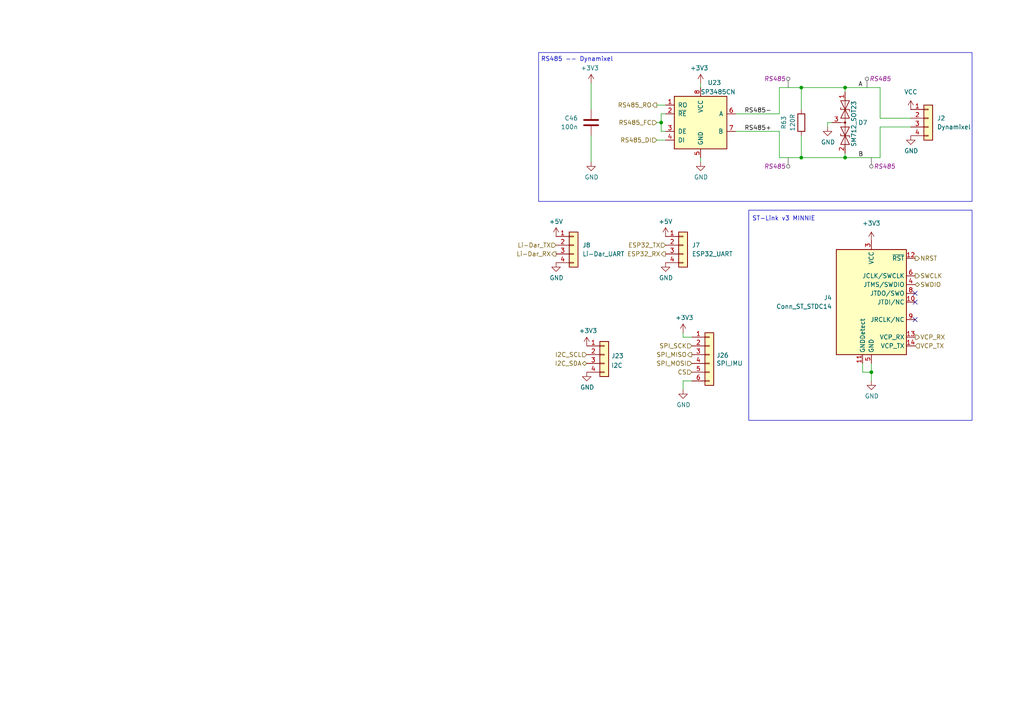
<source format=kicad_sch>
(kicad_sch (version 20250114) (generator "eeschema") (generator_version "9.0")
  (paper "A4")
  (lib_symbols
    (symbol "Connector:Conn_ST_STDC14"
      (property "Reference" "J" (at -8.89 16.51 0))
      (property "Value" "Conn_ST_STDC14" (at 17.78 16.51 0))
      (symbol "Conn_ST_STDC14_0_1"
        (rectangle (start -10.16 15.24) (end 10.16 -15.24) (stroke (width 0.254)) (fill (type background)))
      )
      (symbol "Conn_ST_STDC14_1_1"
        (pin no_connect line (at -10.16 5.08 0) (length 2.54) (hide yes) (name "NC") (number "1"))
        (pin no_connect line (at -10.16 2.54 0) (length 2.54) (hide yes) (name "NC") (number "2"))
        (pin passive line (at -2.54 -17.78 90) (length 2.54) (name "GNDDetect") (number "11"))
        (pin power_in line (at 0 17.78 270) (length 2.54) (name "VCC") (number "3"))
        (pin power_in line (at 0 -17.78 90) (length 2.54) (name "GND") (number "5"))
        (pin passive line (at 0 -17.78 90) (length 2.54) (hide yes) (name "GND") (number "7"))
        (pin open_collector line (at 12.7 12.7 180) (length 2.54) (name "~{RST}") (number "12"))
        (pin output line (at 12.7 7.62 180) (length 2.54) (name "JCLK/SWCLK") (number "6"))
        (pin bidirectional line (at 12.7 5.08 180) (length 2.54) (name "JTMS/SWDIO") (number "4"))
        (pin input line (at 12.7 2.54 180) (length 2.54) (name "JTDO/SWO") (number "8"))
        (pin output line (at 12.7 0 180) (length 2.54) (name "JTDI/NC") (number "10"))
        (pin input line (at 12.7 -5.08 180) (length 2.54) (name "JRCLK/NC") (number "9"))
        (pin output line (at 12.7 -10.16 180) (length 2.54) (name "VCP_RX") (number "13"))
        (pin input line (at 12.7 -12.7 180) (length 2.54) (name "VCP_TX") (number "14"))
      )
    )
    (symbol "Connector_Generic:Conn_01x04" (pin_names (offset 1.016) (hide yes))
      (property "Reference" "J" (at 0 5.08 0))
      (property "Value" "Conn_01x04" (at 0 -7.62 0))
      (symbol "Conn_01x04_1_1"
        (rectangle (start -1.27 3.81) (end 1.27 -6.35) (stroke (width 0.254)) (fill (type background)))
        (rectangle (start -1.27 2.667) (end 0 2.413) (stroke (width 0.1524)))
        (rectangle (start -1.27 0.127) (end 0 -0.127) (stroke (width 0.1524)))
        (rectangle (start -1.27 -2.413) (end 0 -2.667) (stroke (width 0.1524)))
        (rectangle (start -1.27 -4.953) (end 0 -5.207) (stroke (width 0.1524)))
        (pin passive line (at -5.08 2.54 0) (length 3.81) (name "Pin_1") (number "1"))
        (pin passive line (at -5.08 0 0) (length 3.81) (name "Pin_2") (number "2"))
        (pin passive line (at -5.08 -2.54 0) (length 3.81) (name "Pin_3") (number "3"))
        (pin passive line (at -5.08 -5.08 0) (length 3.81) (name "Pin_4") (number "4"))
      )
    )
    (symbol "Connector_Generic:Conn_01x06" (pin_names (offset 1.016) (hide yes))
      (property "Reference" "J" (at 0 7.62 0))
      (property "Value" "Conn_01x06" (at 0 -10.16 0))
      (symbol "Conn_01x06_1_1"
        (rectangle (start -1.27 6.35) (end 1.27 -8.89) (stroke (width 0.254)) (fill (type background)))
        (rectangle (start -1.27 5.207) (end 0 4.953) (stroke (width 0.1524)))
        (rectangle (start -1.27 2.667) (end 0 2.413) (stroke (width 0.1524)))
        (rectangle (start -1.27 0.127) (end 0 -0.127) (stroke (width 0.1524)))
        (rectangle (start -1.27 -2.413) (end 0 -2.667) (stroke (width 0.1524)))
        (rectangle (start -1.27 -4.953) (end 0 -5.207) (stroke (width 0.1524)))
        (rectangle (start -1.27 -7.493) (end 0 -7.747) (stroke (width 0.1524)))
        (pin passive line (at -5.08 5.08 0) (length 3.81) (name "Pin_1") (number "1"))
        (pin passive line (at -5.08 2.54 0) (length 3.81) (name "Pin_2") (number "2"))
        (pin passive line (at -5.08 0 0) (length 3.81) (name "Pin_3") (number "3"))
        (pin passive line (at -5.08 -2.54 0) (length 3.81) (name "Pin_4") (number "4"))
        (pin passive line (at -5.08 -5.08 0) (length 3.81) (name "Pin_5") (number "5"))
        (pin passive line (at -5.08 -7.62 0) (length 3.81) (name "Pin_6") (number "6"))
      )
    )
    (symbol "Device:C" (pin_numbers (hide yes)) (pin_names (offset 0.254))
      (property "Reference" "C" (at 0.635 2.54 0))
      (property "Value" "C" (at 0.635 -2.54 0))
      (symbol "C_0_1"
        (polyline (pts (xy -2.032 0.762) (xy 2.032 0.762)) (stroke (width 0.508)))
        (polyline (pts (xy -2.032 -0.762) (xy 2.032 -0.762)) (stroke (width 0.508)))
      )
      (symbol "C_1_1"
        (pin passive line (at 0 3.81 270) (length 2.794) (name "~") (number "1"))
        (pin passive line (at 0 -3.81 90) (length 2.794) (name "~") (number "2"))
      )
    )
    (symbol "Device:R" (pin_numbers (hide yes)) (pin_names (offset 0))
      (property "Reference" "R" (at 2.032 0 90))
      (property "Value" "R" (at 0 0 90))
      (symbol "R_0_1"
        (rectangle (start -1.016 -2.54) (end 1.016 2.54) (stroke (width 0.254)))
      )
      (symbol "R_1_1"
        (pin passive line (at 0 3.81 270) (length 1.27) (name "~") (number "1"))
        (pin passive line (at 0 -3.81 90) (length 1.27) (name "~") (number "2"))
      )
    )
    (symbol "Diode:SM712_SOT23" (pin_names (offset 1.016) (hide yes))
      (property "Reference" "D" (at 0 4.445 0))
      (property "Value" "SM712_SOT23" (at 0 2.54 0))
      (symbol "SM712_SOT23_0_0"
        (polyline (pts (xy 0 -1.27) (xy 0 0)))
      )
      (symbol "SM712_SOT23_0_1"
        (polyline (pts (xy -6.35 0) (xy 6.35 0)))
        (polyline (pts (xy -6.35 -1.27) (xy -1.27 1.27) (xy -1.27 -1.27) (xy -6.35 1.27) (xy -6.35 -1.27)) (stroke (width 0.2032)))
        (polyline (pts (xy -3.302 1.27) (xy -3.81 1.27) (xy -3.81 -1.27) (xy -4.318 -1.27)) (stroke (width 0.2032)))
        (circle (center 0 0) (radius 0.254) (fill (type outline)))
        (polyline (pts (xy 1.27 -1.27) (xy 1.27 1.27) (xy 6.35 -1.27) (xy 6.35 1.27) (xy 1.27 -1.27)) (stroke (width 0.2032)))
        (polyline (pts (xy 4.318 1.27) (xy 3.81 1.27) (xy 3.81 -1.27) (xy 3.302 -1.27)) (stroke (width 0.2032)))
      )
      (symbol "SM712_SOT23_1_1"
        (pin passive line (at -8.89 0 0) (length 2.54) (name "A1") (number "1"))
        (pin input line (at 0 -3.81 90) (length 2.54) (name "common") (number "3"))
        (pin passive line (at 8.89 0 180) (length 2.54) (name "A2") (number "2"))
      )
    )
    (symbol "Interface_UART:SP3485CN" (pin_names (offset 1.016))
      (property "Reference" "U" (at -7.62 8.89 0))
      (property "Value" "SP3485CN" (at 2.54 8.89 0))
      (symbol "SP3485CN_0_1"
        (rectangle (start -7.62 7.62) (end 7.62 -7.62) (stroke (width 0.254)) (fill (type background)))
      )
      (symbol "SP3485CN_1_1"
        (pin output line (at -10.16 5.08 0) (length 2.54) (name "RO") (number "1"))
        (pin input line (at -10.16 2.54 0) (length 2.54) (name "~{RE}") (number "2"))
        (pin input line (at -10.16 -2.54 0) (length 2.54) (name "DE") (number "3"))
        (pin input line (at -10.16 -5.08 0) (length 2.54) (name "DI") (number "4"))
        (pin power_in line (at 0 10.16 270) (length 2.54) (name "VCC") (number "8"))
        (pin power_in line (at 0 -10.16 90) (length 2.54) (name "GND") (number "5"))
        (pin bidirectional line (at 10.16 2.54 180) (length 2.54) (name "A") (number "6"))
        (pin bidirectional line (at 10.16 -2.54 180) (length 2.54) (name "B") (number "7"))
      )
    )
    (symbol "power:+3.3V" (power) (pin_names (offset 0))
      (property "Value" "+3.3V" (at 0 3.556 0))
      (symbol "+3.3V_0_1"
        (polyline (pts (xy -0.762 1.27) (xy 0 2.54)))
        (polyline (pts (xy 0 2.54) (xy 0.762 1.27)))
        (polyline (pts (xy 0 0) (xy 0 2.54)))
      )
      (symbol "+3.3V_1_1"
        (pin power_in line (at 0 0 90) (length 0) (hide yes) (name "+3V3") (number "1"))
      )
    )
    (symbol "power:+3V3" (power) (pin_numbers (hide yes)) (pin_names (offset 0) (hide yes))
      (property "Value" "+3V3" (at 0 3.556 0))
      (symbol "+3V3_0_1"
        (polyline (pts (xy -0.762 1.27) (xy 0 2.54)))
        (polyline (pts (xy 0 2.54) (xy 0.762 1.27)))
        (polyline (pts (xy 0 0) (xy 0 2.54)))
      )
      (symbol "+3V3_1_1"
        (pin power_in line (at 0 0 90) (length 0) (name "~") (number "1"))
      )
    )
    (symbol "power:+5V" (power) (pin_numbers (hide yes)) (pin_names (offset 0) (hide yes))
      (property "Value" "+5V" (at 0 3.556 0))
      (symbol "+5V_0_1"
        (polyline (pts (xy -0.762 1.27) (xy 0 2.54)))
        (polyline (pts (xy 0 2.54) (xy 0.762 1.27)))
        (polyline (pts (xy 0 0) (xy 0 2.54)))
      )
      (symbol "+5V_1_1"
        (pin power_in line (at 0 0 90) (length 0) (name "~") (number "1"))
      )
    )
    (symbol "power:GND" (power) (pin_names (offset 0))
      (property "Value" "GND" (at 0 -3.81 0))
      (symbol "GND_0_1"
        (polyline (pts (xy 0 0) (xy 0 -1.27) (xy 1.27 -1.27) (xy 0 -2.54) (xy -1.27 -1.27) (xy 0 -1.27)))
      )
      (symbol "GND_1_1"
        (pin power_in line (at 0 0 270) (length 0) (hide yes) (name "GND") (number "1"))
      )
    )
    (symbol "power:VCC" (power) (pin_numbers (hide yes)) (pin_names (offset 0) (hide yes))
      (property "Value" "VCC" (at 0 3.556 0))
      (symbol "VCC_0_1"
        (polyline (pts (xy -0.762 1.27) (xy 0 2.54)))
        (polyline (pts (xy 0 2.54) (xy 0.762 1.27)))
        (polyline (pts (xy 0 0) (xy 0 2.54)))
      )
      (symbol "VCC_1_1"
        (pin power_in line (at 0 0 90) (length 0) (name "~") (number "1"))
      )
    )
  )
  (rectangle (start 156.21 15.24) (end 281.94 58.42))
  (rectangle (start 217.17 60.96) (end 281.94 121.92))
  (text "RS485 -- Dynamixel" (at 167.386 17.272 0) (effects (font (size 1.27 1.27))))
  (text "ST-Link v3 MINNIE" (at 227.33 63.5 0) (effects (font (size 1.27 1.27))))
  (junction (at 245.11 25.4))
  (junction (at 245.11 45.72))
  (junction (at 232.41 45.72))
  (junction (at 252.73 107.95))
  (junction (at 232.41 25.4))
  (junction (at 191.77 35.56))
  (no_connect (at 265.43 92.71))
  (no_connect (at 265.43 87.63))
  (no_connect (at 265.43 85.09))
  (wire (pts (xy 190.5 30.48) (xy 193.04 30.48)))
  (wire (pts (xy 252.73 107.95) (xy 252.73 105.41)))
  (wire (pts (xy 232.41 25.4) (xy 245.11 25.4)))
  (wire (pts (xy 226.06 33.02) (xy 226.06 25.4)))
  (wire (pts (xy 198.12 97.79) (xy 200.66 97.79)))
  (wire (pts (xy 191.77 38.1) (xy 193.04 38.1)))
  (wire (pts (xy 203.2 24.13) (xy 203.2 25.4)))
  (wire (pts (xy 198.12 110.49) (xy 200.66 110.49)))
  (wire (pts (xy 226.06 38.1) (xy 226.06 45.72)))
  (wire (pts (xy 232.41 45.72) (xy 245.11 45.72)))
  (wire (pts (xy 245.11 25.4) (xy 255.27 25.4)))
  (wire (pts (xy 255.27 45.72) (xy 255.27 36.83)))
  (wire (pts (xy 198.12 96.52) (xy 198.12 97.79)))
  (wire (pts (xy 190.5 40.64) (xy 193.04 40.64)))
  (wire (pts (xy 171.45 24.13) (xy 171.45 31.75)))
  (wire (pts (xy 193.04 33.02) (xy 191.77 33.02)))
  (wire (pts (xy 226.06 25.4) (xy 232.41 25.4)))
  (wire (pts (xy 191.77 33.02) (xy 191.77 35.56)))
  (wire (pts (xy 250.19 105.41) (xy 250.19 107.95)))
  (wire (pts (xy 255.27 34.29) (xy 264.16 34.29)))
  (wire (pts (xy 213.36 38.1) (xy 226.06 38.1)))
  (wire (pts (xy 213.36 33.02) (xy 226.06 33.02)))
  (wire (pts (xy 245.11 44.45) (xy 245.11 45.72)))
  (wire (pts (xy 255.27 36.83) (xy 264.16 36.83)))
  (wire (pts (xy 190.5 35.56) (xy 191.77 35.56)))
  (wire (pts (xy 255.27 25.4) (xy 255.27 34.29)))
  (wire (pts (xy 240.03 35.56) (xy 241.3 35.56)))
  (wire (pts (xy 226.06 45.72) (xy 232.41 45.72)))
  (wire (pts (xy 250.19 107.95) (xy 252.73 107.95)))
  (wire (pts (xy 232.41 25.4) (xy 232.41 31.75)))
  (wire (pts (xy 240.03 36.83) (xy 240.03 35.56)))
  (wire (pts (xy 232.41 39.37) (xy 232.41 45.72)))
  (wire (pts (xy 198.12 113.03) (xy 198.12 110.49)))
  (wire (pts (xy 203.2 45.72) (xy 203.2 46.99)))
  (wire (pts (xy 171.45 39.37) (xy 171.45 46.99)))
  (wire (pts (xy 191.77 35.56) (xy 191.77 38.1)))
  (wire (pts (xy 245.11 25.4) (xy 245.11 26.67)))
  (wire (pts (xy 245.11 45.72) (xy 255.27 45.72)))
  (wire (pts (xy 252.73 110.49) (xy 252.73 107.95)))
  (label "A" (at 248.92 25.4 0))
  (label "RS485-" (at 215.9 33.02 0))
  (label "RS485+" (at 215.9 38.1 0))
  (label "B" (at 248.92 45.72 0))
  (hierarchical_label "I2C_SCL" (shape input) (at 170.18 102.87 180))
  (hierarchical_label "RS485_DI" (shape input) (at 190.5 40.64 180))
  (hierarchical_label "NRST" (shape output) (at 265.43 74.93 0))
  (hierarchical_label "SWCLK" (shape output) (at 265.43 80.01 0))
  (hierarchical_label "Li-Dar_TX" (shape input) (at 161.29 71.12 180))
  (hierarchical_label "SPI_SCK" (shape input) (at 200.66 100.33 180))
  (hierarchical_label "SPI_MISO" (shape output) (at 200.66 102.87 180))
  (hierarchical_label "VCP_RX" (shape output) (at 265.43 97.79 0))
  (hierarchical_label "RS485_RO" (shape output) (at 190.5 30.48 180))
  (hierarchical_label "SWDIO" (shape bidirectional) (at 265.43 82.55 0))
  (hierarchical_label "SPI_MOSI" (shape input) (at 200.66 105.41 180))
  (hierarchical_label "ESP32_TX" (shape input) (at 193.04 71.12 180))
  (hierarchical_label "Li-Dar_RX" (shape output) (at 161.29 73.66 180))
  (hierarchical_label "CS" (shape input) (at 200.66 107.95 180))
  (hierarchical_label "I2C_SDA" (shape bidirectional) (at 170.18 105.41 180))
  (hierarchical_label "RS485_FC" (shape input) (at 190.5 35.56 180))
  (hierarchical_label "VCP_TX" (shape input) (at 265.43 100.33 0))
  (hierarchical_label "ESP32_RX" (shape output) (at 193.04 73.66 180))
  (netclass_flag "" (length 2.54) (shape round) (at 251.46 25.4 0) (property "Netclass" "RS485" (at 252.1585 22.86 0) (effects (font (italic yes)) (justify left))))
  (netclass_flag "" (length 2.54) (shape round) (at 228.6 45.72 180) (property "Netclass" "RS485" (at 227.9015 48.26 0) (effects (font (italic yes)) (justify right))))
  (netclass_flag "" (length 2.54) (shape round) (at 252.73 45.72 180) (property "Netclass" "RS485" (at 253.4285 48.26 0) (effects (font (italic yes)) (justify left))))
  (netclass_flag "" (length 2.54) (shape round) (at 228.6 25.4 0) (property "Netclass" "RS485" (at 227.9015 22.86 0) (effects (font (italic yes)) (justify right))))
  (symbol (lib_id "power:+3.3V") (at 198.12 96.52 0) (unit 1)
    (property "Reference" "#PWR0119" (effects (hide yes)))
    (property "Value" "+3V3" (at 198.501 92.1258 0))
  )
  (symbol (lib_id "power:GND") (at 198.12 113.03 0) (unit 1)
    (property "Reference" "#PWR0120" (effects (hide yes)))
    (property "Value" "GND" (at 198.247 117.4242 0))
  )
  (symbol (lib_id "power:GND") (at 203.2 46.99 0) (unit 1)
    (property "Reference" "#PWR0110" (effects (hide yes)))
    (property "Value" "GND" (at 203.327 51.3842 0))
  )
  (symbol (lib_id "Device:R") (at 232.41 35.56 0) (mirror x) (unit 1)
    (property "Reference" "R63" (at 227.33 35.56 90))
    (property "Value" "120R" (at 229.87 35.56 90))
    (property "Footprint" "Resistor_SMD:R_0603_1608Metric" (effects (hide yes)))
  )
  (symbol (lib_id "power:+5V") (at 161.29 68.58 0) (unit 1)
    (property "Reference" "#PWR0117" (effects (hide yes)))
    (property "Value" "+5V" (at 161.29 64.262 0))
    (property "Description" "Power symbol creates a global label with name \"+5V\"" (effects (hide yes)))
  )
  (symbol (lib_id "Connector_Generic:Conn_01x04") (at 269.24 34.29 0) (unit 1)
    (property "Reference" "J2" (at 271.78 34.2899 0) (effects (justify left)))
    (property "Value" "Dynamixel" (at 271.78 36.8299 0) (effects (justify left)))
    (property "Footprint" "Connector_JST:JST_XH_B4B-XH-A_1x04_P2.50mm_Vertical" (effects (hide yes)))
    (property "Description" "Generic connector, single row, 01x04, script generated (kicad-library-utils/schlib/autogen/connector/)" (effects (hide yes)))
  )
  (symbol (lib_id "Interface_UART:SP3485CN") (at 203.2 35.56 0) (unit 1)
    (property "Reference" "U23" (at 205.2194 23.9735 0) (effects (justify left)))
    (property "Value" "SP3485CN" (at 203.2 26.67 0) (effects (justify left)))
    (property "Footprint" "Package_SO:SOIC-8_3.9x4.9mm_P1.27mm" (effects (hide yes)))
    (property "Datasheet" "http://www.icbase.com/pdf/SPX/SPX00480106.pdf" (effects (hide yes)))
  )
  (symbol (lib_id "Connector:Conn_ST_STDC14") (at 252.73 87.63 0) (unit 1)
    (property "Reference" "J4" (at 241.3 86.3599 0) (effects (justify right)))
    (property "Value" "Conn_ST_STDC14" (at 241.3 88.8999 0) (effects (justify right)))
    (property "Footprint" "Connector_PinHeader_1.27mm:PinHeader_2x07_P1.27mm_Vertical" (effects (hide yes)))
    (property "Datasheet" "https://www.st.com/content/ccc/resource/technical/document/user_manual/group1/99/49/91/b6/b2/3a/46/e5/DM00526767/files/DM00526767.pdf/jcr:content/translations/en.DM00526767.pdf" (effects (hide yes)))
    (property "Description" "ST Debug Connector, standard ARM Cortex-M SWD and JTAG interface plus UART" (effects (hide yes)))
  )
  (symbol (lib_id "power:VCC") (at 264.16 31.75 0) (unit 1)
    (property "Reference" "#PWR0106" (effects (hide yes)))
    (property "Value" "VCC" (at 264.16 26.67 0))
    (property "Description" "Power symbol creates a global label with name \"VCC\"" (effects (hide yes)))
  )
  (symbol (lib_id "power:+3V3") (at 252.73 69.85 0) (unit 1)
    (property "Reference" "#PWR0114" (effects (hide yes)))
    (property "Value" "+3V3" (at 252.73 64.77 0))
    (property "Description" "Power symbol creates a global label with name \"+3V3\"" (effects (hide yes)))
  )
  (symbol (lib_id "power:GND") (at 252.73 110.49 0) (unit 1)
    (property "Reference" "#PWR0113" (effects (hide yes)))
    (property "Value" "GND" (at 252.857 114.8842 0))
  )
  (symbol (lib_id "Connector_Generic:Conn_01x04") (at 166.37 71.12 0) (unit 1)
    (property "Reference" "J8" (at 168.91 71.1199 0) (effects (justify left)))
    (property "Value" "Li-Dar_UART" (at 168.91 73.6599 0) (effects (justify left)))
    (property "Footprint" "Connector_JST:JST_XH_B4B-XH-A_1x04_P2.50mm_Vertical" (effects (hide yes)))
    (property "Description" "Generic connector, single row, 01x04, script generated (kicad-library-utils/schlib/autogen/connector/)" (effects (hide yes)))
  )
  (symbol (lib_id "Connector_Generic:Conn_01x06") (at 205.74 102.87 0) (unit 1)
    (property "Reference" "J26" (at 207.772 103.0732 0) (effects (justify left)))
    (property "Value" "SPI_IMU" (at 207.772 105.3846 0) (effects (justify left)))
    (property "Footprint" "Connector_JST:JST_XH_B6B-XH-A_1x06_P2.50mm_Vertical" (effects (hide yes)))
  )
  (symbol (lib_id "power:+3.3V") (at 203.2 24.13 0) (mirror y) (unit 1)
    (property "Reference" "#PWR0105" (effects (hide yes)))
    (property "Value" "+3V3" (at 202.819 19.7358 0))
  )
  (symbol (lib_id "power:+3.3V") (at 171.45 24.13 0) (mirror y) (unit 1)
    (property "Reference" "#PWR0104" (effects (hide yes)))
    (property "Value" "+3V3" (at 171.069 19.7358 0))
  )
  (symbol (lib_id "power:GND") (at 264.16 39.37 0) (unit 1)
    (property "Reference" "#PWR0108" (effects (hide yes)))
    (property "Value" "GND" (at 264.287 43.7642 0))
  )
  (symbol (lib_id "Connector_Generic:Conn_01x04") (at 198.12 71.12 0) (unit 1)
    (property "Reference" "J7" (at 200.66 71.1199 0) (effects (justify left)))
    (property "Value" "ESP32_UART" (at 200.66 73.6599 0) (effects (justify left)))
    (property "Footprint" "Connector_JST:JST_XH_B4B-XH-A_1x04_P2.50mm_Vertical" (effects (hide yes)))
    (property "Description" "Generic connector, single row, 01x04, script generated (kicad-library-utils/schlib/autogen/connector/)" (effects (hide yes)))
  )
  (symbol (lib_id "Connector_Generic:Conn_01x04") (at 175.26 102.87 0) (unit 1)
    (property "Reference" "J23" (at 177.292 103.2315 0) (effects (justify left)))
    (property "Value" "I2C" (at 177.292 106.0066 0) (effects (justify left)))
    (property "Footprint" "Connector_JST:JST_XH_B4B-XH-A_1x04_P2.50mm_Vertical" (effects (hide yes)))
  )
  (symbol (lib_id "power:+3.3V") (at 170.18 100.33 0) (unit 1)
    (property "Reference" "#PWR0122" (effects (hide yes)))
    (property "Value" "+3V3" (at 170.561 95.9358 0))
  )
  (symbol (lib_id "power:GND") (at 193.04 76.2 0) (unit 1)
    (property "Reference" "#PWR0116" (effects (hide yes)))
    (property "Value" "GND" (at 193.167 80.5942 0))
  )
  (symbol (lib_id "power:GND") (at 240.03 36.83 0) (unit 1)
    (property "Reference" "#PWR0107" (effects (hide yes)))
    (property "Value" "GND" (at 240.157 41.2242 0))
  )
  (symbol (lib_id "Device:C") (at 171.45 35.56 180) (unit 1)
    (property "Reference" "C46" (at 167.64 34.2899 0) (effects (justify left)))
    (property "Value" "100n" (at 167.64 36.8299 0) (effects (justify left)))
    (property "Footprint" "Capacitor_SMD:C_0603_1608Metric" (effects (hide yes)))
  )
  (symbol (lib_id "power:GND") (at 161.29 76.2 0) (unit 1)
    (property "Reference" "#PWR0118" (effects (hide yes)))
    (property "Value" "GND" (at 161.417 80.5942 0))
  )
  (symbol (lib_id "power:+5V") (at 193.04 68.58 0) (unit 1)
    (property "Reference" "#PWR0115" (effects (hide yes)))
    (property "Value" "+5V" (at 193.04 64.262 0))
    (property "Description" "Power symbol creates a global label with name \"+5V\"" (effects (hide yes)))
  )
  (symbol (lib_id "Diode:SM712_SOT23") (at 245.11 35.56 270) (unit 1)
    (property "Reference" "D7" (at 248.92 35.56 90) (effects (justify left)))
    (property "Value" "SM712_SOT23" (at 247.65 29.21 0) (effects (justify left)))
    (property "Footprint" "Package_TO_SOT_SMD:SOT-23" (effects (hide yes)))
    (property "Datasheet" "https://www.littelfuse.com/~/media/electronics/datasheets/tvs_diode_arrays/littelfuse_tvs_diode_array_sm712_datasheet.pdf.pdf" (effects (hide yes)))
  )
  (symbol (lib_id "power:GND") (at 170.18 107.95 0) (unit 1)
    (property "Reference" "#PWR0121" (effects (hide yes)))
    (property "Value" "GND" (at 170.307 112.3442 0))
  )
  (symbol (lib_id "power:GND") (at 171.45 46.99 0) (unit 1)
    (property "Reference" "#PWR0109" (effects (hide yes)))
    (property "Value" "GND" (at 171.577 51.3842 0))
  )
)
</source>
